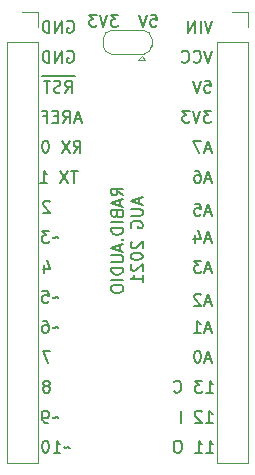
<source format=gbr>
%TF.GenerationSoftware,KiCad,Pcbnew,(5.1.6-0-10_14)*%
%TF.CreationDate,2021-08-14T22:27:43-04:00*%
%TF.ProjectId,bareduino,62617265-6475-4696-9e6f-2e6b69636164,rev?*%
%TF.SameCoordinates,Original*%
%TF.FileFunction,Legend,Bot*%
%TF.FilePolarity,Positive*%
%FSLAX46Y46*%
G04 Gerber Fmt 4.6, Leading zero omitted, Abs format (unit mm)*
G04 Created by KiCad (PCBNEW (5.1.6-0-10_14)) date 2021-08-14 22:27:43*
%MOMM*%
%LPD*%
G01*
G04 APERTURE LIST*
%ADD10C,0.150000*%
%ADD11C,0.120000*%
G04 APERTURE END LIST*
D10*
X51697380Y-66294476D02*
X51221190Y-65961142D01*
X51697380Y-65723047D02*
X50697380Y-65723047D01*
X50697380Y-66104000D01*
X50745000Y-66199238D01*
X50792619Y-66246857D01*
X50887857Y-66294476D01*
X51030714Y-66294476D01*
X51125952Y-66246857D01*
X51173571Y-66199238D01*
X51221190Y-66104000D01*
X51221190Y-65723047D01*
X51411666Y-66675428D02*
X51411666Y-67151619D01*
X51697380Y-66580190D02*
X50697380Y-66913523D01*
X51697380Y-67246857D01*
X51173571Y-67913523D02*
X51221190Y-68056380D01*
X51268809Y-68104000D01*
X51364047Y-68151619D01*
X51506904Y-68151619D01*
X51602142Y-68104000D01*
X51649761Y-68056380D01*
X51697380Y-67961142D01*
X51697380Y-67580190D01*
X50697380Y-67580190D01*
X50697380Y-67913523D01*
X50745000Y-68008761D01*
X50792619Y-68056380D01*
X50887857Y-68104000D01*
X50983095Y-68104000D01*
X51078333Y-68056380D01*
X51125952Y-68008761D01*
X51173571Y-67913523D01*
X51173571Y-67580190D01*
X51697380Y-68580190D02*
X50697380Y-68580190D01*
X51697380Y-69056380D02*
X50697380Y-69056380D01*
X50697380Y-69294476D01*
X50745000Y-69437333D01*
X50840238Y-69532571D01*
X50935476Y-69580190D01*
X51125952Y-69627809D01*
X51268809Y-69627809D01*
X51459285Y-69580190D01*
X51554523Y-69532571D01*
X51649761Y-69437333D01*
X51697380Y-69294476D01*
X51697380Y-69056380D01*
X51602142Y-70056380D02*
X51649761Y-70104000D01*
X51697380Y-70056380D01*
X51649761Y-70008761D01*
X51602142Y-70056380D01*
X51697380Y-70056380D01*
X51411666Y-70484952D02*
X51411666Y-70961142D01*
X51697380Y-70389714D02*
X50697380Y-70723047D01*
X51697380Y-71056380D01*
X50697380Y-71389714D02*
X51506904Y-71389714D01*
X51602142Y-71437333D01*
X51649761Y-71484952D01*
X51697380Y-71580190D01*
X51697380Y-71770666D01*
X51649761Y-71865904D01*
X51602142Y-71913523D01*
X51506904Y-71961142D01*
X50697380Y-71961142D01*
X51697380Y-72437333D02*
X50697380Y-72437333D01*
X50697380Y-72675428D01*
X50745000Y-72818285D01*
X50840238Y-72913523D01*
X50935476Y-72961142D01*
X51125952Y-73008761D01*
X51268809Y-73008761D01*
X51459285Y-72961142D01*
X51554523Y-72913523D01*
X51649761Y-72818285D01*
X51697380Y-72675428D01*
X51697380Y-72437333D01*
X51697380Y-73437333D02*
X50697380Y-73437333D01*
X50697380Y-74104000D02*
X50697380Y-74294476D01*
X50745000Y-74389714D01*
X50840238Y-74484952D01*
X51030714Y-74532571D01*
X51364047Y-74532571D01*
X51554523Y-74484952D01*
X51649761Y-74389714D01*
X51697380Y-74294476D01*
X51697380Y-74104000D01*
X51649761Y-74008761D01*
X51554523Y-73913523D01*
X51364047Y-73865904D01*
X51030714Y-73865904D01*
X50840238Y-73913523D01*
X50745000Y-74008761D01*
X50697380Y-74104000D01*
X53061666Y-66556380D02*
X53061666Y-67032571D01*
X53347380Y-66461142D02*
X52347380Y-66794476D01*
X53347380Y-67127809D01*
X52347380Y-67461142D02*
X53156904Y-67461142D01*
X53252142Y-67508761D01*
X53299761Y-67556380D01*
X53347380Y-67651619D01*
X53347380Y-67842095D01*
X53299761Y-67937333D01*
X53252142Y-67984952D01*
X53156904Y-68032571D01*
X52347380Y-68032571D01*
X52395000Y-69032571D02*
X52347380Y-68937333D01*
X52347380Y-68794476D01*
X52395000Y-68651619D01*
X52490238Y-68556380D01*
X52585476Y-68508761D01*
X52775952Y-68461142D01*
X52918809Y-68461142D01*
X53109285Y-68508761D01*
X53204523Y-68556380D01*
X53299761Y-68651619D01*
X53347380Y-68794476D01*
X53347380Y-68889714D01*
X53299761Y-69032571D01*
X53252142Y-69080190D01*
X52918809Y-69080190D01*
X52918809Y-68889714D01*
X52442619Y-70223047D02*
X52395000Y-70270666D01*
X52347380Y-70365904D01*
X52347380Y-70604000D01*
X52395000Y-70699238D01*
X52442619Y-70746857D01*
X52537857Y-70794476D01*
X52633095Y-70794476D01*
X52775952Y-70746857D01*
X53347380Y-70175428D01*
X53347380Y-70794476D01*
X52347380Y-71413523D02*
X52347380Y-71508761D01*
X52395000Y-71604000D01*
X52442619Y-71651619D01*
X52537857Y-71699238D01*
X52728333Y-71746857D01*
X52966428Y-71746857D01*
X53156904Y-71699238D01*
X53252142Y-71651619D01*
X53299761Y-71604000D01*
X53347380Y-71508761D01*
X53347380Y-71413523D01*
X53299761Y-71318285D01*
X53252142Y-71270666D01*
X53156904Y-71223047D01*
X52966428Y-71175428D01*
X52728333Y-71175428D01*
X52537857Y-71223047D01*
X52442619Y-71270666D01*
X52395000Y-71318285D01*
X52347380Y-71413523D01*
X52442619Y-72127809D02*
X52395000Y-72175428D01*
X52347380Y-72270666D01*
X52347380Y-72508761D01*
X52395000Y-72604000D01*
X52442619Y-72651619D01*
X52537857Y-72699238D01*
X52633095Y-72699238D01*
X52775952Y-72651619D01*
X53347380Y-72080190D01*
X53347380Y-72699238D01*
X53347380Y-73651619D02*
X53347380Y-73080190D01*
X53347380Y-73365904D02*
X52347380Y-73365904D01*
X52490238Y-73270666D01*
X52585476Y-73175428D01*
X52633095Y-73080190D01*
X58753238Y-88082380D02*
X59324666Y-88082380D01*
X59038952Y-88082380D02*
X59038952Y-87082380D01*
X59134190Y-87225238D01*
X59229428Y-87320476D01*
X59324666Y-87368095D01*
X57800857Y-88082380D02*
X58372285Y-88082380D01*
X58086571Y-88082380D02*
X58086571Y-87082380D01*
X58181809Y-87225238D01*
X58277047Y-87320476D01*
X58372285Y-87368095D01*
X56419904Y-87082380D02*
X56229428Y-87082380D01*
X56134190Y-87130000D01*
X56038952Y-87225238D01*
X55991333Y-87415714D01*
X55991333Y-87749047D01*
X56038952Y-87939523D01*
X56134190Y-88034761D01*
X56229428Y-88082380D01*
X56419904Y-88082380D01*
X56515142Y-88034761D01*
X56610380Y-87939523D01*
X56658000Y-87749047D01*
X56658000Y-87415714D01*
X56610380Y-87225238D01*
X56515142Y-87130000D01*
X56419904Y-87082380D01*
X58721523Y-85542380D02*
X59292952Y-85542380D01*
X59007238Y-85542380D02*
X59007238Y-84542380D01*
X59102476Y-84685238D01*
X59197714Y-84780476D01*
X59292952Y-84828095D01*
X58340571Y-84637619D02*
X58292952Y-84590000D01*
X58197714Y-84542380D01*
X57959619Y-84542380D01*
X57864380Y-84590000D01*
X57816761Y-84637619D01*
X57769142Y-84732857D01*
X57769142Y-84828095D01*
X57816761Y-84970952D01*
X58388190Y-85542380D01*
X57769142Y-85542380D01*
X56578666Y-85542380D02*
X56578666Y-84542380D01*
X58729428Y-83002380D02*
X59300857Y-83002380D01*
X59015142Y-83002380D02*
X59015142Y-82002380D01*
X59110380Y-82145238D01*
X59205619Y-82240476D01*
X59300857Y-82288095D01*
X58396095Y-82002380D02*
X57777047Y-82002380D01*
X58110380Y-82383333D01*
X57967523Y-82383333D01*
X57872285Y-82430952D01*
X57824666Y-82478571D01*
X57777047Y-82573809D01*
X57777047Y-82811904D01*
X57824666Y-82907142D01*
X57872285Y-82954761D01*
X57967523Y-83002380D01*
X58253238Y-83002380D01*
X58348476Y-82954761D01*
X58396095Y-82907142D01*
X56015142Y-82907142D02*
X56062761Y-82954761D01*
X56205619Y-83002380D01*
X56300857Y-83002380D01*
X56443714Y-82954761D01*
X56538952Y-82859523D01*
X56586571Y-82764285D01*
X56634190Y-82573809D01*
X56634190Y-82430952D01*
X56586571Y-82240476D01*
X56538952Y-82145238D01*
X56443714Y-82050000D01*
X56300857Y-82002380D01*
X56205619Y-82002380D01*
X56062761Y-82050000D01*
X56015142Y-82097619D01*
X45307238Y-82430952D02*
X45402476Y-82383333D01*
X45450095Y-82335714D01*
X45497714Y-82240476D01*
X45497714Y-82192857D01*
X45450095Y-82097619D01*
X45402476Y-82050000D01*
X45307238Y-82002380D01*
X45116761Y-82002380D01*
X45021523Y-82050000D01*
X44973904Y-82097619D01*
X44926285Y-82192857D01*
X44926285Y-82240476D01*
X44973904Y-82335714D01*
X45021523Y-82383333D01*
X45116761Y-82430952D01*
X45307238Y-82430952D01*
X45402476Y-82478571D01*
X45450095Y-82526190D01*
X45497714Y-82621428D01*
X45497714Y-82811904D01*
X45450095Y-82907142D01*
X45402476Y-82954761D01*
X45307238Y-83002380D01*
X45116761Y-83002380D01*
X45021523Y-82954761D01*
X44973904Y-82907142D01*
X44926285Y-82811904D01*
X44926285Y-82621428D01*
X44973904Y-82526190D01*
X45021523Y-82478571D01*
X45116761Y-82430952D01*
X59245333Y-54062380D02*
X58912000Y-55062380D01*
X58578666Y-54062380D01*
X57673904Y-54967142D02*
X57721523Y-55014761D01*
X57864380Y-55062380D01*
X57959619Y-55062380D01*
X58102476Y-55014761D01*
X58197714Y-54919523D01*
X58245333Y-54824285D01*
X58292952Y-54633809D01*
X58292952Y-54490952D01*
X58245333Y-54300476D01*
X58197714Y-54205238D01*
X58102476Y-54110000D01*
X57959619Y-54062380D01*
X57864380Y-54062380D01*
X57721523Y-54110000D01*
X57673904Y-54157619D01*
X56673904Y-54967142D02*
X56721523Y-55014761D01*
X56864380Y-55062380D01*
X56959619Y-55062380D01*
X57102476Y-55014761D01*
X57197714Y-54919523D01*
X57245333Y-54824285D01*
X57292952Y-54633809D01*
X57292952Y-54490952D01*
X57245333Y-54300476D01*
X57197714Y-54205238D01*
X57102476Y-54110000D01*
X56959619Y-54062380D01*
X56864380Y-54062380D01*
X56721523Y-54110000D01*
X56673904Y-54157619D01*
X59261238Y-51522380D02*
X58927904Y-52522380D01*
X58594571Y-51522380D01*
X58261238Y-52522380D02*
X58261238Y-51522380D01*
X57785047Y-52522380D02*
X57785047Y-51522380D01*
X57213619Y-52522380D01*
X57213619Y-51522380D01*
X58610476Y-56602380D02*
X59086666Y-56602380D01*
X59134285Y-57078571D01*
X59086666Y-57030952D01*
X58991428Y-56983333D01*
X58753333Y-56983333D01*
X58658095Y-57030952D01*
X58610476Y-57078571D01*
X58562857Y-57173809D01*
X58562857Y-57411904D01*
X58610476Y-57507142D01*
X58658095Y-57554761D01*
X58753333Y-57602380D01*
X58991428Y-57602380D01*
X59086666Y-57554761D01*
X59134285Y-57507142D01*
X58277142Y-56602380D02*
X57943809Y-57602380D01*
X57610476Y-56602380D01*
X59150095Y-59142380D02*
X58531047Y-59142380D01*
X58864380Y-59523333D01*
X58721523Y-59523333D01*
X58626285Y-59570952D01*
X58578666Y-59618571D01*
X58531047Y-59713809D01*
X58531047Y-59951904D01*
X58578666Y-60047142D01*
X58626285Y-60094761D01*
X58721523Y-60142380D01*
X59007238Y-60142380D01*
X59102476Y-60094761D01*
X59150095Y-60047142D01*
X58245333Y-59142380D02*
X57912000Y-60142380D01*
X57578666Y-59142380D01*
X57340571Y-59142380D02*
X56721523Y-59142380D01*
X57054857Y-59523333D01*
X56912000Y-59523333D01*
X56816761Y-59570952D01*
X56769142Y-59618571D01*
X56721523Y-59713809D01*
X56721523Y-59951904D01*
X56769142Y-60047142D01*
X56816761Y-60094761D01*
X56912000Y-60142380D01*
X57197714Y-60142380D01*
X57292952Y-60094761D01*
X57340571Y-60047142D01*
X59134285Y-62396666D02*
X58658095Y-62396666D01*
X59229523Y-62682380D02*
X58896190Y-61682380D01*
X58562857Y-62682380D01*
X58324761Y-61682380D02*
X57658095Y-61682380D01*
X58086666Y-62682380D01*
X59134285Y-64936666D02*
X58658095Y-64936666D01*
X59229523Y-65222380D02*
X58896190Y-64222380D01*
X58562857Y-65222380D01*
X57800952Y-64222380D02*
X57991428Y-64222380D01*
X58086666Y-64270000D01*
X58134285Y-64317619D01*
X58229523Y-64460476D01*
X58277142Y-64650952D01*
X58277142Y-65031904D01*
X58229523Y-65127142D01*
X58181904Y-65174761D01*
X58086666Y-65222380D01*
X57896190Y-65222380D01*
X57800952Y-65174761D01*
X57753333Y-65127142D01*
X57705714Y-65031904D01*
X57705714Y-64793809D01*
X57753333Y-64698571D01*
X57800952Y-64650952D01*
X57896190Y-64603333D01*
X58086666Y-64603333D01*
X58181904Y-64650952D01*
X58229523Y-64698571D01*
X58277142Y-64793809D01*
X59134285Y-67730666D02*
X58658095Y-67730666D01*
X59229523Y-68016380D02*
X58896190Y-67016380D01*
X58562857Y-68016380D01*
X57753333Y-67016380D02*
X58229523Y-67016380D01*
X58277142Y-67492571D01*
X58229523Y-67444952D01*
X58134285Y-67397333D01*
X57896190Y-67397333D01*
X57800952Y-67444952D01*
X57753333Y-67492571D01*
X57705714Y-67587809D01*
X57705714Y-67825904D01*
X57753333Y-67921142D01*
X57800952Y-67968761D01*
X57896190Y-68016380D01*
X58134285Y-68016380D01*
X58229523Y-67968761D01*
X58277142Y-67921142D01*
X59134285Y-70016666D02*
X58658095Y-70016666D01*
X59229523Y-70302380D02*
X58896190Y-69302380D01*
X58562857Y-70302380D01*
X57800952Y-69635714D02*
X57800952Y-70302380D01*
X58039047Y-69254761D02*
X58277142Y-69969047D01*
X57658095Y-69969047D01*
X59134285Y-72556666D02*
X58658095Y-72556666D01*
X59229523Y-72842380D02*
X58896190Y-71842380D01*
X58562857Y-72842380D01*
X58324761Y-71842380D02*
X57705714Y-71842380D01*
X58039047Y-72223333D01*
X57896190Y-72223333D01*
X57800952Y-72270952D01*
X57753333Y-72318571D01*
X57705714Y-72413809D01*
X57705714Y-72651904D01*
X57753333Y-72747142D01*
X57800952Y-72794761D01*
X57896190Y-72842380D01*
X58181904Y-72842380D01*
X58277142Y-72794761D01*
X58324761Y-72747142D01*
X59134285Y-75350666D02*
X58658095Y-75350666D01*
X59229523Y-75636380D02*
X58896190Y-74636380D01*
X58562857Y-75636380D01*
X58277142Y-74731619D02*
X58229523Y-74684000D01*
X58134285Y-74636380D01*
X57896190Y-74636380D01*
X57800952Y-74684000D01*
X57753333Y-74731619D01*
X57705714Y-74826857D01*
X57705714Y-74922095D01*
X57753333Y-75064952D01*
X58324761Y-75636380D01*
X57705714Y-75636380D01*
X59134285Y-77636666D02*
X58658095Y-77636666D01*
X59229523Y-77922380D02*
X58896190Y-76922380D01*
X58562857Y-77922380D01*
X57705714Y-77922380D02*
X58277142Y-77922380D01*
X57991428Y-77922380D02*
X57991428Y-76922380D01*
X58086666Y-77065238D01*
X58181904Y-77160476D01*
X58277142Y-77208095D01*
X59134285Y-80176666D02*
X58658095Y-80176666D01*
X59229523Y-80462380D02*
X58896190Y-79462380D01*
X58562857Y-80462380D01*
X58039047Y-79462380D02*
X57943809Y-79462380D01*
X57848571Y-79510000D01*
X57800952Y-79557619D01*
X57753333Y-79652857D01*
X57705714Y-79843333D01*
X57705714Y-80081428D01*
X57753333Y-80271904D01*
X57800952Y-80367142D01*
X57848571Y-80414761D01*
X57943809Y-80462380D01*
X58039047Y-80462380D01*
X58134285Y-80414761D01*
X58181904Y-80367142D01*
X58229523Y-80271904D01*
X58277142Y-80081428D01*
X58277142Y-79843333D01*
X58229523Y-79652857D01*
X58181904Y-79557619D01*
X58134285Y-79510000D01*
X58039047Y-79462380D01*
X45545333Y-79462380D02*
X44878666Y-79462380D01*
X45307238Y-80462380D01*
X45021523Y-72175714D02*
X45021523Y-72842380D01*
X45259619Y-71794761D02*
X45497714Y-72509047D01*
X44878666Y-72509047D01*
X47188285Y-87701428D02*
X47140666Y-87653809D01*
X47045428Y-87606190D01*
X46854952Y-87701428D01*
X46759714Y-87653809D01*
X46712095Y-87606190D01*
X45807333Y-88082380D02*
X46378761Y-88082380D01*
X46093047Y-88082380D02*
X46093047Y-87082380D01*
X46188285Y-87225238D01*
X46283523Y-87320476D01*
X46378761Y-87368095D01*
X45188285Y-87082380D02*
X45093047Y-87082380D01*
X44997809Y-87130000D01*
X44950190Y-87177619D01*
X44902571Y-87272857D01*
X44854952Y-87463333D01*
X44854952Y-87701428D01*
X44902571Y-87891904D01*
X44950190Y-87987142D01*
X44997809Y-88034761D01*
X45093047Y-88082380D01*
X45188285Y-88082380D01*
X45283523Y-88034761D01*
X45331142Y-87987142D01*
X45378761Y-87891904D01*
X45426380Y-87701428D01*
X45426380Y-87463333D01*
X45378761Y-87272857D01*
X45331142Y-87177619D01*
X45283523Y-87130000D01*
X45188285Y-87082380D01*
X46204095Y-85161428D02*
X46156476Y-85113809D01*
X46061238Y-85066190D01*
X45870761Y-85161428D01*
X45775523Y-85113809D01*
X45727904Y-85066190D01*
X45299333Y-85542380D02*
X45108857Y-85542380D01*
X45013619Y-85494761D01*
X44966000Y-85447142D01*
X44870761Y-85304285D01*
X44823142Y-85113809D01*
X44823142Y-84732857D01*
X44870761Y-84637619D01*
X44918380Y-84590000D01*
X45013619Y-84542380D01*
X45204095Y-84542380D01*
X45299333Y-84590000D01*
X45346952Y-84637619D01*
X45394571Y-84732857D01*
X45394571Y-84970952D01*
X45346952Y-85066190D01*
X45299333Y-85113809D01*
X45204095Y-85161428D01*
X45013619Y-85161428D01*
X44918380Y-85113809D01*
X44870761Y-85066190D01*
X44823142Y-84970952D01*
X46204095Y-77541428D02*
X46156476Y-77493809D01*
X46061238Y-77446190D01*
X45870761Y-77541428D01*
X45775523Y-77493809D01*
X45727904Y-77446190D01*
X44918380Y-76922380D02*
X45108857Y-76922380D01*
X45204095Y-76970000D01*
X45251714Y-77017619D01*
X45346952Y-77160476D01*
X45394571Y-77350952D01*
X45394571Y-77731904D01*
X45346952Y-77827142D01*
X45299333Y-77874761D01*
X45204095Y-77922380D01*
X45013619Y-77922380D01*
X44918380Y-77874761D01*
X44870761Y-77827142D01*
X44823142Y-77731904D01*
X44823142Y-77493809D01*
X44870761Y-77398571D01*
X44918380Y-77350952D01*
X45013619Y-77303333D01*
X45204095Y-77303333D01*
X45299333Y-77350952D01*
X45346952Y-77398571D01*
X45394571Y-77493809D01*
X46204095Y-75001428D02*
X46156476Y-74953809D01*
X46061238Y-74906190D01*
X45870761Y-75001428D01*
X45775523Y-74953809D01*
X45727904Y-74906190D01*
X44870761Y-74382380D02*
X45346952Y-74382380D01*
X45394571Y-74858571D01*
X45346952Y-74810952D01*
X45251714Y-74763333D01*
X45013619Y-74763333D01*
X44918380Y-74810952D01*
X44870761Y-74858571D01*
X44823142Y-74953809D01*
X44823142Y-75191904D01*
X44870761Y-75287142D01*
X44918380Y-75334761D01*
X45013619Y-75382380D01*
X45251714Y-75382380D01*
X45346952Y-75334761D01*
X45394571Y-75287142D01*
X46204095Y-69921428D02*
X46156476Y-69873809D01*
X46061238Y-69826190D01*
X45870761Y-69921428D01*
X45775523Y-69873809D01*
X45727904Y-69826190D01*
X45442190Y-69302380D02*
X44823142Y-69302380D01*
X45156476Y-69683333D01*
X45013619Y-69683333D01*
X44918380Y-69730952D01*
X44870761Y-69778571D01*
X44823142Y-69873809D01*
X44823142Y-70111904D01*
X44870761Y-70207142D01*
X44918380Y-70254761D01*
X45013619Y-70302380D01*
X45299333Y-70302380D01*
X45394571Y-70254761D01*
X45442190Y-70207142D01*
X45497714Y-66857619D02*
X45450095Y-66810000D01*
X45354857Y-66762380D01*
X45116761Y-66762380D01*
X45021523Y-66810000D01*
X44973904Y-66857619D01*
X44926285Y-66952857D01*
X44926285Y-67048095D01*
X44973904Y-67190952D01*
X45545333Y-67762380D01*
X44926285Y-67762380D01*
X47847047Y-64222380D02*
X47275619Y-64222380D01*
X47561333Y-65222380D02*
X47561333Y-64222380D01*
X47037523Y-64222380D02*
X46370857Y-65222380D01*
X46370857Y-64222380D02*
X47037523Y-65222380D01*
X44704190Y-65222380D02*
X45275619Y-65222380D01*
X44989904Y-65222380D02*
X44989904Y-64222380D01*
X45085142Y-64365238D01*
X45180380Y-64460476D01*
X45275619Y-64508095D01*
X47505809Y-62682380D02*
X47839142Y-62206190D01*
X48077238Y-62682380D02*
X48077238Y-61682380D01*
X47696285Y-61682380D01*
X47601047Y-61730000D01*
X47553428Y-61777619D01*
X47505809Y-61872857D01*
X47505809Y-62015714D01*
X47553428Y-62110952D01*
X47601047Y-62158571D01*
X47696285Y-62206190D01*
X48077238Y-62206190D01*
X47172476Y-61682380D02*
X46505809Y-62682380D01*
X46505809Y-61682380D02*
X47172476Y-62682380D01*
X45172476Y-61682380D02*
X45077238Y-61682380D01*
X44982000Y-61730000D01*
X44934380Y-61777619D01*
X44886761Y-61872857D01*
X44839142Y-62063333D01*
X44839142Y-62301428D01*
X44886761Y-62491904D01*
X44934380Y-62587142D01*
X44982000Y-62634761D01*
X45077238Y-62682380D01*
X45172476Y-62682380D01*
X45267714Y-62634761D01*
X45315333Y-62587142D01*
X45362952Y-62491904D01*
X45410571Y-62301428D01*
X45410571Y-62063333D01*
X45362952Y-61872857D01*
X45315333Y-61777619D01*
X45267714Y-61730000D01*
X45172476Y-61682380D01*
X48101047Y-59856666D02*
X47624857Y-59856666D01*
X48196285Y-60142380D02*
X47862952Y-59142380D01*
X47529619Y-60142380D01*
X46624857Y-60142380D02*
X46958190Y-59666190D01*
X47196285Y-60142380D02*
X47196285Y-59142380D01*
X46815333Y-59142380D01*
X46720095Y-59190000D01*
X46672476Y-59237619D01*
X46624857Y-59332857D01*
X46624857Y-59475714D01*
X46672476Y-59570952D01*
X46720095Y-59618571D01*
X46815333Y-59666190D01*
X47196285Y-59666190D01*
X46196285Y-59618571D02*
X45862952Y-59618571D01*
X45720095Y-60142380D02*
X46196285Y-60142380D01*
X46196285Y-59142380D01*
X45720095Y-59142380D01*
X44958190Y-59618571D02*
X45291523Y-59618571D01*
X45291523Y-60142380D02*
X45291523Y-59142380D01*
X44815333Y-59142380D01*
X47585142Y-56235000D02*
X46585142Y-56235000D01*
X46775619Y-57602380D02*
X47108952Y-57126190D01*
X47347047Y-57602380D02*
X47347047Y-56602380D01*
X46966095Y-56602380D01*
X46870857Y-56650000D01*
X46823238Y-56697619D01*
X46775619Y-56792857D01*
X46775619Y-56935714D01*
X46823238Y-57030952D01*
X46870857Y-57078571D01*
X46966095Y-57126190D01*
X47347047Y-57126190D01*
X46585142Y-56235000D02*
X45632761Y-56235000D01*
X46394666Y-57554761D02*
X46251809Y-57602380D01*
X46013714Y-57602380D01*
X45918476Y-57554761D01*
X45870857Y-57507142D01*
X45823238Y-57411904D01*
X45823238Y-57316666D01*
X45870857Y-57221428D01*
X45918476Y-57173809D01*
X46013714Y-57126190D01*
X46204190Y-57078571D01*
X46299428Y-57030952D01*
X46347047Y-56983333D01*
X46394666Y-56888095D01*
X46394666Y-56792857D01*
X46347047Y-56697619D01*
X46299428Y-56650000D01*
X46204190Y-56602380D01*
X45966095Y-56602380D01*
X45823238Y-56650000D01*
X45632761Y-56235000D02*
X44870857Y-56235000D01*
X45537523Y-56602380D02*
X44966095Y-56602380D01*
X45251809Y-57602380D02*
X45251809Y-56602380D01*
X46989904Y-54110000D02*
X47085142Y-54062380D01*
X47228000Y-54062380D01*
X47370857Y-54110000D01*
X47466095Y-54205238D01*
X47513714Y-54300476D01*
X47561333Y-54490952D01*
X47561333Y-54633809D01*
X47513714Y-54824285D01*
X47466095Y-54919523D01*
X47370857Y-55014761D01*
X47228000Y-55062380D01*
X47132761Y-55062380D01*
X46989904Y-55014761D01*
X46942285Y-54967142D01*
X46942285Y-54633809D01*
X47132761Y-54633809D01*
X46513714Y-55062380D02*
X46513714Y-54062380D01*
X45942285Y-55062380D01*
X45942285Y-54062380D01*
X45466095Y-55062380D02*
X45466095Y-54062380D01*
X45228000Y-54062380D01*
X45085142Y-54110000D01*
X44989904Y-54205238D01*
X44942285Y-54300476D01*
X44894666Y-54490952D01*
X44894666Y-54633809D01*
X44942285Y-54824285D01*
X44989904Y-54919523D01*
X45085142Y-55014761D01*
X45228000Y-55062380D01*
X45466095Y-55062380D01*
X46989904Y-51570000D02*
X47085142Y-51522380D01*
X47228000Y-51522380D01*
X47370857Y-51570000D01*
X47466095Y-51665238D01*
X47513714Y-51760476D01*
X47561333Y-51950952D01*
X47561333Y-52093809D01*
X47513714Y-52284285D01*
X47466095Y-52379523D01*
X47370857Y-52474761D01*
X47228000Y-52522380D01*
X47132761Y-52522380D01*
X46989904Y-52474761D01*
X46942285Y-52427142D01*
X46942285Y-52093809D01*
X47132761Y-52093809D01*
X46513714Y-52522380D02*
X46513714Y-51522380D01*
X45942285Y-52522380D01*
X45942285Y-51522380D01*
X45466095Y-52522380D02*
X45466095Y-51522380D01*
X45228000Y-51522380D01*
X45085142Y-51570000D01*
X44989904Y-51665238D01*
X44942285Y-51760476D01*
X44894666Y-51950952D01*
X44894666Y-52093809D01*
X44942285Y-52284285D01*
X44989904Y-52379523D01*
X45085142Y-52474761D01*
X45228000Y-52522380D01*
X45466095Y-52522380D01*
X54038476Y-51014380D02*
X54514666Y-51014380D01*
X54562285Y-51490571D01*
X54514666Y-51442952D01*
X54419428Y-51395333D01*
X54181333Y-51395333D01*
X54086095Y-51442952D01*
X54038476Y-51490571D01*
X53990857Y-51585809D01*
X53990857Y-51823904D01*
X54038476Y-51919142D01*
X54086095Y-51966761D01*
X54181333Y-52014380D01*
X54419428Y-52014380D01*
X54514666Y-51966761D01*
X54562285Y-51919142D01*
X53705142Y-51014380D02*
X53371809Y-52014380D01*
X53038476Y-51014380D01*
X51276095Y-51014380D02*
X50657047Y-51014380D01*
X50990380Y-51395333D01*
X50847523Y-51395333D01*
X50752285Y-51442952D01*
X50704666Y-51490571D01*
X50657047Y-51585809D01*
X50657047Y-51823904D01*
X50704666Y-51919142D01*
X50752285Y-51966761D01*
X50847523Y-52014380D01*
X51133238Y-52014380D01*
X51228476Y-51966761D01*
X51276095Y-51919142D01*
X50371333Y-51014380D02*
X50038000Y-52014380D01*
X49704666Y-51014380D01*
X49466571Y-51014380D02*
X48847523Y-51014380D01*
X49180857Y-51395333D01*
X49038000Y-51395333D01*
X48942761Y-51442952D01*
X48895142Y-51490571D01*
X48847523Y-51585809D01*
X48847523Y-51823904D01*
X48895142Y-51919142D01*
X48942761Y-51966761D01*
X49038000Y-52014380D01*
X49323714Y-52014380D01*
X49418952Y-51966761D01*
X49466571Y-51919142D01*
D11*
%TO.C,JP1*%
X53470000Y-52340000D02*
X50670000Y-52340000D01*
X50020000Y-53040000D02*
X50020000Y-53640000D01*
X50670000Y-54340000D02*
X53470000Y-54340000D01*
X54120000Y-53640000D02*
X54120000Y-53040000D01*
X53270000Y-54540000D02*
X53570000Y-54840000D01*
X53570000Y-54840000D02*
X52970000Y-54840000D01*
X53270000Y-54540000D02*
X52970000Y-54840000D01*
X54120000Y-53040000D02*
G75*
G03*
X53420000Y-52340000I-700000J0D01*
G01*
X53420000Y-54340000D02*
G75*
G03*
X54120000Y-53640000I0J700000D01*
G01*
X50020000Y-53640000D02*
G75*
G03*
X50720000Y-54340000I700000J0D01*
G01*
X50720000Y-52340000D02*
G75*
G03*
X50020000Y-53040000I0J-700000D01*
G01*
%TO.C,J3*%
X62290000Y-88960000D02*
X59630000Y-88960000D01*
X62290000Y-53340000D02*
X62290000Y-88960000D01*
X59630000Y-53340000D02*
X59630000Y-88960000D01*
X62290000Y-53340000D02*
X59630000Y-53340000D01*
X62290000Y-52070000D02*
X62290000Y-50740000D01*
X62290000Y-50740000D02*
X60960000Y-50740000D01*
%TO.C,J2*%
X44510000Y-88960000D02*
X41850000Y-88960000D01*
X44510000Y-53340000D02*
X44510000Y-88960000D01*
X41850000Y-53340000D02*
X41850000Y-88960000D01*
X44510000Y-53340000D02*
X41850000Y-53340000D01*
X44510000Y-52070000D02*
X44510000Y-50740000D01*
X44510000Y-50740000D02*
X43180000Y-50740000D01*
%TD*%
M02*

</source>
